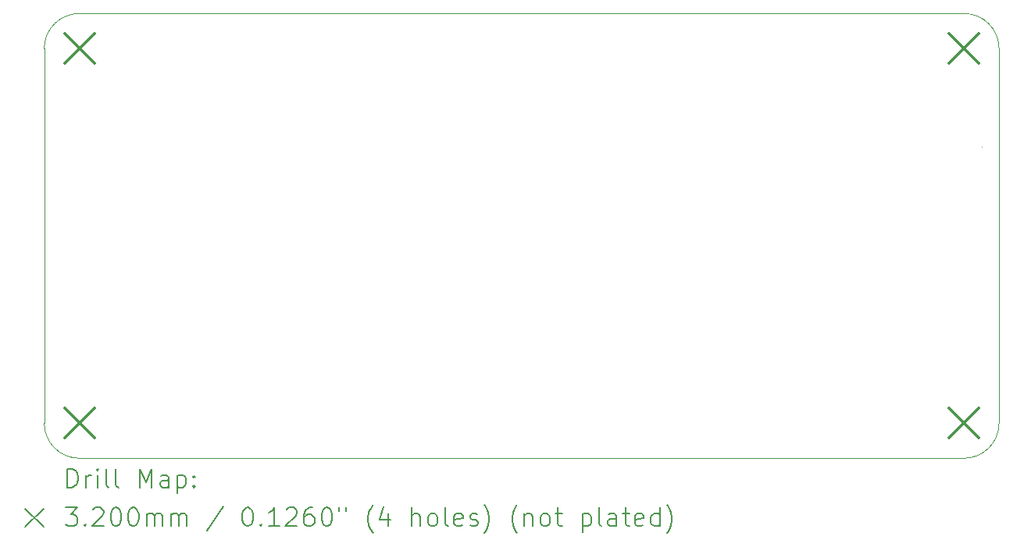
<source format=gbr>
%TF.GenerationSoftware,KiCad,Pcbnew,6.0.7-f9a2dced07~116~ubuntu20.04.1*%
%TF.CreationDate,2022-12-18T15:13:11-08:00*%
%TF.ProjectId,ButtonBd2,42757474-6f6e-4426-9432-2e6b69636164,rev?*%
%TF.SameCoordinates,Original*%
%TF.FileFunction,Drillmap*%
%TF.FilePolarity,Positive*%
%FSLAX45Y45*%
G04 Gerber Fmt 4.5, Leading zero omitted, Abs format (unit mm)*
G04 Created by KiCad (PCBNEW 6.0.7-f9a2dced07~116~ubuntu20.04.1) date 2022-12-18 15:13:11*
%MOMM*%
%LPD*%
G01*
G04 APERTURE LIST*
%ADD10C,0.100000*%
%ADD11C,0.200000*%
%ADD12C,0.320000*%
G04 APERTURE END LIST*
D10*
X5080000Y-6096000D02*
X5080000Y-10160000D01*
X15049500Y-10541000D02*
G75*
G03*
X15430500Y-10160000I0J381000D01*
G01*
X15049500Y-5715000D02*
X5461000Y-5715000D01*
X5461000Y-10541000D02*
X15049500Y-10541000D01*
X15430500Y-6096000D02*
G75*
G03*
X15049500Y-5715000I-381000J0D01*
G01*
X5080000Y-10160000D02*
G75*
G03*
X5461000Y-10541000I381000J0D01*
G01*
X15430500Y-10160000D02*
X15430500Y-6096000D01*
X5461000Y-5715000D02*
G75*
G03*
X5080000Y-6096000I0J-381000D01*
G01*
X15240000Y-7162800D02*
X15240000Y-7162800D01*
X15240000Y-7162800D02*
X15240000Y-7162800D01*
X15240000Y-7162800D02*
X15240000Y-7162800D01*
X15240000Y-7162800D02*
X15240000Y-7162800D01*
D11*
D12*
X5301000Y-5936000D02*
X5621000Y-6256000D01*
X5621000Y-5936000D02*
X5301000Y-6256000D01*
X5301000Y-10000000D02*
X5621000Y-10320000D01*
X5621000Y-10000000D02*
X5301000Y-10320000D01*
X14889500Y-5936000D02*
X15209500Y-6256000D01*
X15209500Y-5936000D02*
X14889500Y-6256000D01*
X14889500Y-10000000D02*
X15209500Y-10320000D01*
X15209500Y-10000000D02*
X14889500Y-10320000D01*
D11*
X5332619Y-10856476D02*
X5332619Y-10656476D01*
X5380238Y-10656476D01*
X5408810Y-10666000D01*
X5427857Y-10685048D01*
X5437381Y-10704095D01*
X5446905Y-10742190D01*
X5446905Y-10770762D01*
X5437381Y-10808857D01*
X5427857Y-10827905D01*
X5408810Y-10846952D01*
X5380238Y-10856476D01*
X5332619Y-10856476D01*
X5532619Y-10856476D02*
X5532619Y-10723143D01*
X5532619Y-10761238D02*
X5542143Y-10742190D01*
X5551667Y-10732667D01*
X5570714Y-10723143D01*
X5589762Y-10723143D01*
X5656428Y-10856476D02*
X5656428Y-10723143D01*
X5656428Y-10656476D02*
X5646905Y-10666000D01*
X5656428Y-10675524D01*
X5665952Y-10666000D01*
X5656428Y-10656476D01*
X5656428Y-10675524D01*
X5780238Y-10856476D02*
X5761190Y-10846952D01*
X5751667Y-10827905D01*
X5751667Y-10656476D01*
X5885000Y-10856476D02*
X5865952Y-10846952D01*
X5856428Y-10827905D01*
X5856428Y-10656476D01*
X6113571Y-10856476D02*
X6113571Y-10656476D01*
X6180238Y-10799333D01*
X6246905Y-10656476D01*
X6246905Y-10856476D01*
X6427857Y-10856476D02*
X6427857Y-10751714D01*
X6418333Y-10732667D01*
X6399286Y-10723143D01*
X6361190Y-10723143D01*
X6342143Y-10732667D01*
X6427857Y-10846952D02*
X6408809Y-10856476D01*
X6361190Y-10856476D01*
X6342143Y-10846952D01*
X6332619Y-10827905D01*
X6332619Y-10808857D01*
X6342143Y-10789810D01*
X6361190Y-10780286D01*
X6408809Y-10780286D01*
X6427857Y-10770762D01*
X6523095Y-10723143D02*
X6523095Y-10923143D01*
X6523095Y-10732667D02*
X6542143Y-10723143D01*
X6580238Y-10723143D01*
X6599286Y-10732667D01*
X6608809Y-10742190D01*
X6618333Y-10761238D01*
X6618333Y-10818381D01*
X6608809Y-10837429D01*
X6599286Y-10846952D01*
X6580238Y-10856476D01*
X6542143Y-10856476D01*
X6523095Y-10846952D01*
X6704048Y-10837429D02*
X6713571Y-10846952D01*
X6704048Y-10856476D01*
X6694524Y-10846952D01*
X6704048Y-10837429D01*
X6704048Y-10856476D01*
X6704048Y-10732667D02*
X6713571Y-10742190D01*
X6704048Y-10751714D01*
X6694524Y-10742190D01*
X6704048Y-10732667D01*
X6704048Y-10751714D01*
X4875000Y-11086000D02*
X5075000Y-11286000D01*
X5075000Y-11086000D02*
X4875000Y-11286000D01*
X5313571Y-11076476D02*
X5437381Y-11076476D01*
X5370714Y-11152667D01*
X5399286Y-11152667D01*
X5418333Y-11162190D01*
X5427857Y-11171714D01*
X5437381Y-11190762D01*
X5437381Y-11238381D01*
X5427857Y-11257428D01*
X5418333Y-11266952D01*
X5399286Y-11276476D01*
X5342143Y-11276476D01*
X5323095Y-11266952D01*
X5313571Y-11257428D01*
X5523095Y-11257428D02*
X5532619Y-11266952D01*
X5523095Y-11276476D01*
X5513571Y-11266952D01*
X5523095Y-11257428D01*
X5523095Y-11276476D01*
X5608809Y-11095524D02*
X5618333Y-11086000D01*
X5637381Y-11076476D01*
X5685000Y-11076476D01*
X5704048Y-11086000D01*
X5713571Y-11095524D01*
X5723095Y-11114571D01*
X5723095Y-11133619D01*
X5713571Y-11162190D01*
X5599286Y-11276476D01*
X5723095Y-11276476D01*
X5846905Y-11076476D02*
X5865952Y-11076476D01*
X5885000Y-11086000D01*
X5894524Y-11095524D01*
X5904048Y-11114571D01*
X5913571Y-11152667D01*
X5913571Y-11200286D01*
X5904048Y-11238381D01*
X5894524Y-11257428D01*
X5885000Y-11266952D01*
X5865952Y-11276476D01*
X5846905Y-11276476D01*
X5827857Y-11266952D01*
X5818333Y-11257428D01*
X5808809Y-11238381D01*
X5799286Y-11200286D01*
X5799286Y-11152667D01*
X5808809Y-11114571D01*
X5818333Y-11095524D01*
X5827857Y-11086000D01*
X5846905Y-11076476D01*
X6037381Y-11076476D02*
X6056428Y-11076476D01*
X6075476Y-11086000D01*
X6085000Y-11095524D01*
X6094524Y-11114571D01*
X6104048Y-11152667D01*
X6104048Y-11200286D01*
X6094524Y-11238381D01*
X6085000Y-11257428D01*
X6075476Y-11266952D01*
X6056428Y-11276476D01*
X6037381Y-11276476D01*
X6018333Y-11266952D01*
X6008809Y-11257428D01*
X5999286Y-11238381D01*
X5989762Y-11200286D01*
X5989762Y-11152667D01*
X5999286Y-11114571D01*
X6008809Y-11095524D01*
X6018333Y-11086000D01*
X6037381Y-11076476D01*
X6189762Y-11276476D02*
X6189762Y-11143143D01*
X6189762Y-11162190D02*
X6199286Y-11152667D01*
X6218333Y-11143143D01*
X6246905Y-11143143D01*
X6265952Y-11152667D01*
X6275476Y-11171714D01*
X6275476Y-11276476D01*
X6275476Y-11171714D02*
X6285000Y-11152667D01*
X6304048Y-11143143D01*
X6332619Y-11143143D01*
X6351667Y-11152667D01*
X6361190Y-11171714D01*
X6361190Y-11276476D01*
X6456428Y-11276476D02*
X6456428Y-11143143D01*
X6456428Y-11162190D02*
X6465952Y-11152667D01*
X6485000Y-11143143D01*
X6513571Y-11143143D01*
X6532619Y-11152667D01*
X6542143Y-11171714D01*
X6542143Y-11276476D01*
X6542143Y-11171714D02*
X6551667Y-11152667D01*
X6570714Y-11143143D01*
X6599286Y-11143143D01*
X6618333Y-11152667D01*
X6627857Y-11171714D01*
X6627857Y-11276476D01*
X7018333Y-11066952D02*
X6846905Y-11324095D01*
X7275476Y-11076476D02*
X7294524Y-11076476D01*
X7313571Y-11086000D01*
X7323095Y-11095524D01*
X7332619Y-11114571D01*
X7342143Y-11152667D01*
X7342143Y-11200286D01*
X7332619Y-11238381D01*
X7323095Y-11257428D01*
X7313571Y-11266952D01*
X7294524Y-11276476D01*
X7275476Y-11276476D01*
X7256428Y-11266952D01*
X7246905Y-11257428D01*
X7237381Y-11238381D01*
X7227857Y-11200286D01*
X7227857Y-11152667D01*
X7237381Y-11114571D01*
X7246905Y-11095524D01*
X7256428Y-11086000D01*
X7275476Y-11076476D01*
X7427857Y-11257428D02*
X7437381Y-11266952D01*
X7427857Y-11276476D01*
X7418333Y-11266952D01*
X7427857Y-11257428D01*
X7427857Y-11276476D01*
X7627857Y-11276476D02*
X7513571Y-11276476D01*
X7570714Y-11276476D02*
X7570714Y-11076476D01*
X7551667Y-11105048D01*
X7532619Y-11124095D01*
X7513571Y-11133619D01*
X7704048Y-11095524D02*
X7713571Y-11086000D01*
X7732619Y-11076476D01*
X7780238Y-11076476D01*
X7799286Y-11086000D01*
X7808809Y-11095524D01*
X7818333Y-11114571D01*
X7818333Y-11133619D01*
X7808809Y-11162190D01*
X7694524Y-11276476D01*
X7818333Y-11276476D01*
X7989762Y-11076476D02*
X7951667Y-11076476D01*
X7932619Y-11086000D01*
X7923095Y-11095524D01*
X7904048Y-11124095D01*
X7894524Y-11162190D01*
X7894524Y-11238381D01*
X7904048Y-11257428D01*
X7913571Y-11266952D01*
X7932619Y-11276476D01*
X7970714Y-11276476D01*
X7989762Y-11266952D01*
X7999286Y-11257428D01*
X8008809Y-11238381D01*
X8008809Y-11190762D01*
X7999286Y-11171714D01*
X7989762Y-11162190D01*
X7970714Y-11152667D01*
X7932619Y-11152667D01*
X7913571Y-11162190D01*
X7904048Y-11171714D01*
X7894524Y-11190762D01*
X8132619Y-11076476D02*
X8151667Y-11076476D01*
X8170714Y-11086000D01*
X8180238Y-11095524D01*
X8189762Y-11114571D01*
X8199286Y-11152667D01*
X8199286Y-11200286D01*
X8189762Y-11238381D01*
X8180238Y-11257428D01*
X8170714Y-11266952D01*
X8151667Y-11276476D01*
X8132619Y-11276476D01*
X8113571Y-11266952D01*
X8104048Y-11257428D01*
X8094524Y-11238381D01*
X8085000Y-11200286D01*
X8085000Y-11152667D01*
X8094524Y-11114571D01*
X8104048Y-11095524D01*
X8113571Y-11086000D01*
X8132619Y-11076476D01*
X8275476Y-11076476D02*
X8275476Y-11114571D01*
X8351667Y-11076476D02*
X8351667Y-11114571D01*
X8646905Y-11352667D02*
X8637381Y-11343143D01*
X8618333Y-11314571D01*
X8608810Y-11295524D01*
X8599286Y-11266952D01*
X8589762Y-11219333D01*
X8589762Y-11181238D01*
X8599286Y-11133619D01*
X8608810Y-11105048D01*
X8618333Y-11086000D01*
X8637381Y-11057429D01*
X8646905Y-11047905D01*
X8808810Y-11143143D02*
X8808810Y-11276476D01*
X8761190Y-11066952D02*
X8713571Y-11209809D01*
X8837381Y-11209809D01*
X9065952Y-11276476D02*
X9065952Y-11076476D01*
X9151667Y-11276476D02*
X9151667Y-11171714D01*
X9142143Y-11152667D01*
X9123095Y-11143143D01*
X9094524Y-11143143D01*
X9075476Y-11152667D01*
X9065952Y-11162190D01*
X9275476Y-11276476D02*
X9256429Y-11266952D01*
X9246905Y-11257428D01*
X9237381Y-11238381D01*
X9237381Y-11181238D01*
X9246905Y-11162190D01*
X9256429Y-11152667D01*
X9275476Y-11143143D01*
X9304048Y-11143143D01*
X9323095Y-11152667D01*
X9332619Y-11162190D01*
X9342143Y-11181238D01*
X9342143Y-11238381D01*
X9332619Y-11257428D01*
X9323095Y-11266952D01*
X9304048Y-11276476D01*
X9275476Y-11276476D01*
X9456429Y-11276476D02*
X9437381Y-11266952D01*
X9427857Y-11247905D01*
X9427857Y-11076476D01*
X9608810Y-11266952D02*
X9589762Y-11276476D01*
X9551667Y-11276476D01*
X9532619Y-11266952D01*
X9523095Y-11247905D01*
X9523095Y-11171714D01*
X9532619Y-11152667D01*
X9551667Y-11143143D01*
X9589762Y-11143143D01*
X9608810Y-11152667D01*
X9618333Y-11171714D01*
X9618333Y-11190762D01*
X9523095Y-11209809D01*
X9694524Y-11266952D02*
X9713571Y-11276476D01*
X9751667Y-11276476D01*
X9770714Y-11266952D01*
X9780238Y-11247905D01*
X9780238Y-11238381D01*
X9770714Y-11219333D01*
X9751667Y-11209809D01*
X9723095Y-11209809D01*
X9704048Y-11200286D01*
X9694524Y-11181238D01*
X9694524Y-11171714D01*
X9704048Y-11152667D01*
X9723095Y-11143143D01*
X9751667Y-11143143D01*
X9770714Y-11152667D01*
X9846905Y-11352667D02*
X9856429Y-11343143D01*
X9875476Y-11314571D01*
X9885000Y-11295524D01*
X9894524Y-11266952D01*
X9904048Y-11219333D01*
X9904048Y-11181238D01*
X9894524Y-11133619D01*
X9885000Y-11105048D01*
X9875476Y-11086000D01*
X9856429Y-11057429D01*
X9846905Y-11047905D01*
X10208810Y-11352667D02*
X10199286Y-11343143D01*
X10180238Y-11314571D01*
X10170714Y-11295524D01*
X10161190Y-11266952D01*
X10151667Y-11219333D01*
X10151667Y-11181238D01*
X10161190Y-11133619D01*
X10170714Y-11105048D01*
X10180238Y-11086000D01*
X10199286Y-11057429D01*
X10208810Y-11047905D01*
X10285000Y-11143143D02*
X10285000Y-11276476D01*
X10285000Y-11162190D02*
X10294524Y-11152667D01*
X10313571Y-11143143D01*
X10342143Y-11143143D01*
X10361190Y-11152667D01*
X10370714Y-11171714D01*
X10370714Y-11276476D01*
X10494524Y-11276476D02*
X10475476Y-11266952D01*
X10465952Y-11257428D01*
X10456429Y-11238381D01*
X10456429Y-11181238D01*
X10465952Y-11162190D01*
X10475476Y-11152667D01*
X10494524Y-11143143D01*
X10523095Y-11143143D01*
X10542143Y-11152667D01*
X10551667Y-11162190D01*
X10561190Y-11181238D01*
X10561190Y-11238381D01*
X10551667Y-11257428D01*
X10542143Y-11266952D01*
X10523095Y-11276476D01*
X10494524Y-11276476D01*
X10618333Y-11143143D02*
X10694524Y-11143143D01*
X10646905Y-11076476D02*
X10646905Y-11247905D01*
X10656429Y-11266952D01*
X10675476Y-11276476D01*
X10694524Y-11276476D01*
X10913571Y-11143143D02*
X10913571Y-11343143D01*
X10913571Y-11152667D02*
X10932619Y-11143143D01*
X10970714Y-11143143D01*
X10989762Y-11152667D01*
X10999286Y-11162190D01*
X11008810Y-11181238D01*
X11008810Y-11238381D01*
X10999286Y-11257428D01*
X10989762Y-11266952D01*
X10970714Y-11276476D01*
X10932619Y-11276476D01*
X10913571Y-11266952D01*
X11123095Y-11276476D02*
X11104048Y-11266952D01*
X11094524Y-11247905D01*
X11094524Y-11076476D01*
X11285000Y-11276476D02*
X11285000Y-11171714D01*
X11275476Y-11152667D01*
X11256428Y-11143143D01*
X11218333Y-11143143D01*
X11199286Y-11152667D01*
X11285000Y-11266952D02*
X11265952Y-11276476D01*
X11218333Y-11276476D01*
X11199286Y-11266952D01*
X11189762Y-11247905D01*
X11189762Y-11228857D01*
X11199286Y-11209809D01*
X11218333Y-11200286D01*
X11265952Y-11200286D01*
X11285000Y-11190762D01*
X11351667Y-11143143D02*
X11427857Y-11143143D01*
X11380238Y-11076476D02*
X11380238Y-11247905D01*
X11389762Y-11266952D01*
X11408809Y-11276476D01*
X11427857Y-11276476D01*
X11570714Y-11266952D02*
X11551667Y-11276476D01*
X11513571Y-11276476D01*
X11494524Y-11266952D01*
X11485000Y-11247905D01*
X11485000Y-11171714D01*
X11494524Y-11152667D01*
X11513571Y-11143143D01*
X11551667Y-11143143D01*
X11570714Y-11152667D01*
X11580238Y-11171714D01*
X11580238Y-11190762D01*
X11485000Y-11209809D01*
X11751667Y-11276476D02*
X11751667Y-11076476D01*
X11751667Y-11266952D02*
X11732619Y-11276476D01*
X11694524Y-11276476D01*
X11675476Y-11266952D01*
X11665952Y-11257428D01*
X11656428Y-11238381D01*
X11656428Y-11181238D01*
X11665952Y-11162190D01*
X11675476Y-11152667D01*
X11694524Y-11143143D01*
X11732619Y-11143143D01*
X11751667Y-11152667D01*
X11827857Y-11352667D02*
X11837381Y-11343143D01*
X11856428Y-11314571D01*
X11865952Y-11295524D01*
X11875476Y-11266952D01*
X11885000Y-11219333D01*
X11885000Y-11181238D01*
X11875476Y-11133619D01*
X11865952Y-11105048D01*
X11856428Y-11086000D01*
X11837381Y-11057429D01*
X11827857Y-11047905D01*
M02*

</source>
